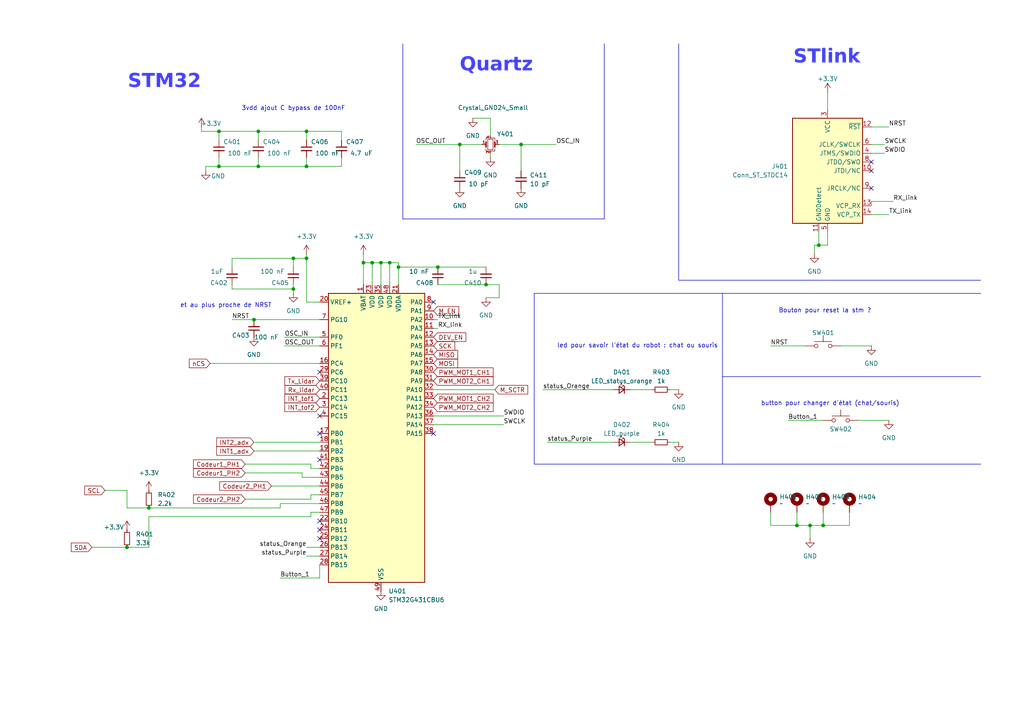
<source format=kicad_sch>
(kicad_sch (version 20231120) (generator "eeschema") (generator_version "8.0")
  (paper "A4")
  (lib_symbols
    (symbol "Connector:Conn_ST_STDC14"
      (property "Reference" "J" (at -8.89 16.51 0))
      (property "Value" "Conn_ST_STDC14" (at 17.78 16.51 0))
      (symbol "Conn_ST_STDC14_0_1"
        (rectangle (start -10.16 15.24) (end 10.16 -15.24) (stroke (width 0.254)) (fill (type background)))
      )
      (symbol "Conn_ST_STDC14_1_1"
        (pin no_connect line (at -10.16 5.08 0) (length 2.54) hide (name "NC") (number "1"))
        (pin output line (at 12.7 0 180) (length 2.54) (name "JTDI/NC") (number "10"))
        (pin passive line (at -2.54 -17.78 90) (length 2.54) (name "GNDDetect") (number "11"))
        (pin open_collector line (at 12.7 12.7 180) (length 2.54) (name "~{RST}") (number "12"))
        (pin output line (at 12.7 -10.16 180) (length 2.54) (name "VCP_RX") (number "13"))
        (pin input line (at 12.7 -12.7 180) (length 2.54) (name "VCP_TX") (number "14"))
        (pin no_connect line (at -10.16 2.54 0) (length 2.54) hide (name "NC") (number "2"))
        (pin power_in line (at 0 17.78 270) (length 2.54) (name "VCC") (number "3"))
        (pin bidirectional line (at 12.7 5.08 180) (length 2.54) (name "JTMS/SWDIO") (number "4"))
        (pin power_in line (at 0 -17.78 90) (length 2.54) (name "GND") (number "5"))
        (pin output line (at 12.7 7.62 180) (length 2.54) (name "JCLK/SWCLK") (number "6"))
        (pin passive line (at 0 -17.78 90) (length 2.54) hide (name "GND") (number "7"))
        (pin input line (at 12.7 2.54 180) (length 2.54) (name "JTDO/SWO") (number "8"))
        (pin input line (at 12.7 -5.08 180) (length 2.54) (name "JRCLK/NC") (number "9"))
      )
    )
    (symbol "Device:C_Small" (pin_numbers hide) (pin_names (offset 0.254) hide)
      (property "Reference" "C" (at 0.254 1.778 0))
      (property "Value" "C_Small" (at 0.254 -2.032 0))
      (symbol "C_Small_0_1"
        (polyline (pts (xy -1.524 -0.508) (xy 1.524 -0.508)) (stroke (width 0.3302)))
        (polyline (pts (xy -1.524 0.508) (xy 1.524 0.508)) (stroke (width 0.3048)))
      )
      (symbol "C_Small_1_1"
        (pin passive line (at 0 2.54 270) (length 2.032) (name "~") (number "1"))
        (pin passive line (at 0 -2.54 90) (length 2.032) (name "~") (number "2"))
      )
    )
    (symbol "Device:Crystal_GND24_Small" (pin_names (offset 1.016) hide)
      (property "Reference" "Y" (at 1.27 4.445 0))
      (property "Value" "Crystal_GND24_Small" (at 1.27 2.54 0))
      (symbol "Crystal_GND24_Small_0_1"
        (rectangle (start -0.762 -1.524) (end 0.762 1.524))
        (polyline (pts (xy -1.27 -0.762) (xy -1.27 0.762)) (stroke (width 0.381)))
        (polyline (pts (xy 1.27 -0.762) (xy 1.27 0.762)) (stroke (width 0.381)))
        (polyline (pts (xy -1.27 -1.27) (xy -1.27 -1.905) (xy 1.27 -1.905) (xy 1.27 -1.27)))
        (polyline (pts (xy -1.27 1.27) (xy -1.27 1.905) (xy 1.27 1.905) (xy 1.27 1.27)))
      )
      (symbol "Crystal_GND24_Small_1_1"
        (pin passive line (at -2.54 0 0) (length 1.27) (name "1") (number "1"))
        (pin passive line (at 0 -2.54 90) (length 0.635) (name "2") (number "2"))
        (pin passive line (at 2.54 0 180) (length 1.27) (name "3") (number "3"))
        (pin passive line (at 0 2.54 270) (length 0.635) (name "4") (number "4"))
      )
    )
    (symbol "Device:LED_Small" (pin_numbers hide) (pin_names (offset 0.254) hide)
      (property "Reference" "D" (at -1.27 3.175 0))
      (property "Value" "LED_Small" (at -4.445 -2.54 0))
      (symbol "LED_Small_0_1"
        (polyline (pts (xy -0.762 -1.016) (xy -0.762 1.016)) (stroke (width 0.254)))
        (polyline (pts (xy 1.016 0) (xy -0.762 0)))
        (polyline (pts (xy 0.762 -1.016) (xy -0.762 0) (xy 0.762 1.016) (xy 0.762 -1.016)) (stroke (width 0.254)))
        (polyline (pts (xy 0 0.762) (xy -0.508 1.27) (xy -0.254 1.27) (xy -0.508 1.27) (xy -0.508 1.016)))
        (polyline (pts (xy 0.508 1.27) (xy 0 1.778) (xy 0.254 1.778) (xy 0 1.778) (xy 0 1.524)))
      )
      (symbol "LED_Small_1_1"
        (pin passive line (at -2.54 0 0) (length 1.778) (name "K") (number "1"))
        (pin passive line (at 2.54 0 180) (length 1.778) (name "A") (number "2"))
      )
    )
    (symbol "Device:R_Small" (pin_numbers hide) (pin_names (offset 0.254) hide)
      (property "Reference" "R" (at 0.762 0.508 0))
      (property "Value" "R_Small" (at 0.762 -1.016 0))
      (symbol "R_Small_0_1"
        (rectangle (start -0.762 1.778) (end 0.762 -1.778) (stroke (width 0.2032)))
      )
      (symbol "R_Small_1_1"
        (pin passive line (at 0 2.54 270) (length 0.762) (name "~") (number "1"))
        (pin passive line (at 0 -2.54 90) (length 0.762) (name "~") (number "2"))
      )
    )
    (symbol "MCU_ST_STM32G4:STM32G431CBUx"
      (property "Reference" "U" (at -12.7 44.45 0))
      (property "Value" "STM32G431CBUx" (at 10.16 44.45 0))
      (symbol "STM32G431CBUx_0_1"
        (rectangle (start -12.7 -40.64) (end 15.24 43.18) (stroke (width 0.254)) (fill (type background)))
      )
      (symbol "STM32G431CBUx_1_1"
        (pin power_in line (at -2.54 45.72 270) (length 2.54) (name "VBAT") (number "1"))
        (pin bidirectional line (at 17.78 35.56 180) (length 2.54) (name "PA2") (number "10"))
        (pin bidirectional line (at 17.78 33.02 180) (length 2.54) (name "PA3") (number "11"))
        (pin bidirectional line (at 17.78 30.48 180) (length 2.54) (name "PA4") (number "12"))
        (pin bidirectional line (at 17.78 27.94 180) (length 2.54) (name "PA5") (number "13"))
        (pin bidirectional line (at 17.78 25.4 180) (length 2.54) (name "PA6") (number "14"))
        (pin bidirectional line (at 17.78 22.86 180) (length 2.54) (name "PA7") (number "15"))
        (pin bidirectional line (at -15.24 22.86 0) (length 2.54) (name "PC4") (number "16"))
        (pin bidirectional line (at -15.24 2.54 0) (length 2.54) (name "PB0") (number "17"))
        (pin bidirectional line (at -15.24 0 0) (length 2.54) (name "PB1") (number "18"))
        (pin bidirectional line (at -15.24 -2.54 0) (length 2.54) (name "PB2") (number "19"))
        (pin bidirectional line (at -15.24 12.7 0) (length 2.54) (name "PC13") (number "2"))
        (pin input line (at -15.24 40.64 0) (length 2.54) (name "VREF+") (number "20"))
        (pin power_in line (at 7.62 45.72 270) (length 2.54) (name "VDDA") (number "21"))
        (pin bidirectional line (at -15.24 -22.86 0) (length 2.54) (name "PB10") (number "22"))
        (pin power_in line (at 0 45.72 270) (length 2.54) (name "VDD") (number "23"))
        (pin bidirectional line (at -15.24 -25.4 0) (length 2.54) (name "PB11") (number "24"))
        (pin bidirectional line (at -15.24 -27.94 0) (length 2.54) (name "PB12") (number "25"))
        (pin bidirectional line (at -15.24 -30.48 0) (length 2.54) (name "PB13") (number "26"))
        (pin bidirectional line (at -15.24 -33.02 0) (length 2.54) (name "PB14") (number "27"))
        (pin bidirectional line (at -15.24 -35.56 0) (length 2.54) (name "PB15") (number "28"))
        (pin bidirectional line (at -15.24 20.32 0) (length 2.54) (name "PC6") (number "29"))
        (pin bidirectional line (at -15.24 10.16 0) (length 2.54) (name "PC14") (number "3"))
        (pin bidirectional line (at 17.78 20.32 180) (length 2.54) (name "PA8") (number "30"))
        (pin bidirectional line (at 17.78 17.78 180) (length 2.54) (name "PA9") (number "31"))
        (pin bidirectional line (at 17.78 15.24 180) (length 2.54) (name "PA10") (number "32"))
        (pin bidirectional line (at 17.78 12.7 180) (length 2.54) (name "PA11") (number "33"))
        (pin bidirectional line (at 17.78 10.16 180) (length 2.54) (name "PA12") (number "34"))
        (pin power_in line (at 2.54 45.72 270) (length 2.54) (name "VDD") (number "35"))
        (pin bidirectional line (at 17.78 7.62 180) (length 2.54) (name "PA13") (number "36"))
        (pin bidirectional line (at 17.78 5.08 180) (length 2.54) (name "PA14") (number "37"))
        (pin bidirectional line (at 17.78 2.54 180) (length 2.54) (name "PA15") (number "38"))
        (pin bidirectional line (at -15.24 17.78 0) (length 2.54) (name "PC10") (number "39"))
        (pin bidirectional line (at -15.24 7.62 0) (length 2.54) (name "PC15") (number "4"))
        (pin bidirectional line (at -15.24 15.24 0) (length 2.54) (name "PC11") (number "40"))
        (pin bidirectional line (at -15.24 -5.08 0) (length 2.54) (name "PB3") (number "41"))
        (pin bidirectional line (at -15.24 -7.62 0) (length 2.54) (name "PB4") (number "42"))
        (pin bidirectional line (at -15.24 -10.16 0) (length 2.54) (name "PB5") (number "43"))
        (pin bidirectional line (at -15.24 -12.7 0) (length 2.54) (name "PB6") (number "44"))
        (pin bidirectional line (at -15.24 -15.24 0) (length 2.54) (name "PB7") (number "45"))
        (pin bidirectional line (at -15.24 -17.78 0) (length 2.54) (name "PB8") (number "46"))
        (pin bidirectional line (at -15.24 -20.32 0) (length 2.54) (name "PB9") (number "47"))
        (pin power_in line (at 5.08 45.72 270) (length 2.54) (name "VDD") (number "48"))
        (pin power_in line (at 2.54 -43.18 90) (length 2.54) (name "VSS") (number "49"))
        (pin bidirectional line (at -15.24 30.48 0) (length 2.54) (name "PF0") (number "5"))
        (pin bidirectional line (at -15.24 27.94 0) (length 2.54) (name "PF1") (number "6"))
        (pin bidirectional line (at -15.24 35.56 0) (length 2.54) (name "PG10") (number "7"))
        (pin bidirectional line (at 17.78 40.64 180) (length 2.54) (name "PA0") (number "8"))
        (pin bidirectional line (at 17.78 38.1 180) (length 2.54) (name "PA1") (number "9"))
      )
    )
    (symbol "Mechanical:MountingHole_Pad" (pin_numbers hide) (pin_names (offset 1.016) hide) (exclude_from_sim yes) (in_bom no)
      (property "Reference" "H" (at 0 6.35 0))
      (property "Value" "MountingHole_Pad" (at 0 4.445 0))
      (symbol "MountingHole_Pad_0_1"
        (circle (center 0 1.27) (radius 1.27) (stroke (width 1.27)))
      )
      (symbol "MountingHole_Pad_1_1"
        (pin input line (at 0 -2.54 90) (length 2.54) (name "1") (number "1"))
      )
    )
    (symbol "Switch:SW_Push" (pin_numbers hide) (pin_names (offset 1.016) hide)
      (property "Reference" "SW" (at 1.27 2.54 0))
      (property "Value" "SW_Push" (at 0 -1.524 0))
      (symbol "SW_Push_0_1"
        (circle (center -2.032 0) (radius 0.508))
        (polyline (pts (xy 0 1.27) (xy 0 3.048)))
        (polyline (pts (xy 2.54 1.27) (xy -2.54 1.27)))
        (circle (center 2.032 0) (radius 0.508))
        (pin passive line (at -5.08 0 0) (length 2.54) (name "1") (number "1"))
        (pin passive line (at 5.08 0 180) (length 2.54) (name "2") (number "2"))
      )
    )
    (symbol "power:+3.3V" (power) (pin_numbers hide) (pin_names (offset 0) hide)
      (property "Value" "+3.3V" (at 0 3.556 0))
      (symbol "+3.3V_0_1"
        (polyline (pts (xy -0.762 1.27) (xy 0 2.54)))
        (polyline (pts (xy 0 0) (xy 0 2.54)))
        (polyline (pts (xy 0 2.54) (xy 0.762 1.27)))
      )
      (symbol "+3.3V_1_1"
        (pin power_in line (at 0 0 90) (length 0) (name "~") (number "1"))
      )
    )
    (symbol "power:GND" (power) (pin_numbers hide) (pin_names (offset 0) hide)
      (property "Value" "GND" (at 0 -3.81 0))
      (symbol "GND_0_1"
        (polyline (pts (xy 0 0) (xy 0 -1.27) (xy 1.27 -1.27) (xy 0 -2.54) (xy -1.27 -1.27) (xy 0 -1.27)))
      )
      (symbol "GND_1_1"
        (pin power_in line (at 0 0 270) (length 0) (name "~") (number "1"))
      )
    )
  )
  (junction (at 36.83 158.75))
  (junction (at 43.18 147.32))
  (junction (at 88.9 74.93))
  (junction (at 231.14 152.4))
  (junction (at 140.97 82.55))
  (junction (at 85.09 83.82))
  (junction (at 88.9 38.1))
  (junction (at 115.57 77.47))
  (junction (at 238.76 152.4))
  (junction (at 127 77.47))
  (junction (at 107.95 76.2))
  (junction (at 110.49 76.2))
  (junction (at 113.03 76.2))
  (junction (at 234.95 152.4))
  (junction (at 85.09 74.93))
  (junction (at 63.5 38.1))
  (junction (at 105.41 76.2))
  (junction (at 74.93 38.1))
  (junction (at 63.5 48.26))
  (junction (at 73.66 92.71))
  (junction (at 237.49 71.12))
  (junction (at 88.9 48.26))
  (junction (at 133.35 41.91))
  (junction (at 151.13 41.91))
  (junction (at 74.93 48.26))
  (no_connect (at 92.71 125.73))
  (no_connect (at 92.71 120.65))
  (no_connect (at 92.71 107.95))
  (no_connect (at 125.73 87.63))
  (no_connect (at 92.71 151.13))
  (no_connect (at 125.73 125.73))
  (no_connect (at 252.73 49.53))
  (no_connect (at 252.73 46.99))
  (no_connect (at 92.71 153.67))
  (no_connect (at 252.73 54.61))
  (no_connect (at 92.71 133.35))
  (no_connect (at 92.71 156.21))
  (wire (pts (xy 182.88 128.27) (xy 189.23 128.27)))
  (wire (pts (xy 67.31 82.55) (xy 67.31 83.82)))
  (wire (pts (xy 107.95 76.2) (xy 105.41 76.2)))
  (wire (pts (xy 99.06 45.72) (xy 99.06 48.26)))
  (wire (pts (xy 92.71 143.51) (xy 90.17 143.51)))
  (wire (pts (xy 142.24 34.29) (xy 142.24 39.37)))
  (wire (pts (xy 81.28 167.64) (xy 92.71 167.64)))
  (wire (pts (xy 63.5 45.72) (xy 63.5 48.26)))
  (wire (pts (xy 137.16 34.29) (xy 142.24 34.29)))
  (wire (pts (xy 115.57 77.47) (xy 127 77.47)))
  (wire (pts (xy 43.18 158.75) (xy 36.83 158.75)))
  (polyline (pts (xy 196.85 12.7) (xy 196.85 81.28)))
  (wire (pts (xy 88.9 45.72) (xy 88.9 48.26)))
  (wire (pts (xy 237.49 71.12) (xy 240.03 71.12)))
  (wire (pts (xy 73.66 128.27) (xy 92.71 128.27)))
  (wire (pts (xy 110.49 76.2) (xy 107.95 76.2)))
  (wire (pts (xy 87.63 137.16) (xy 87.63 138.43)))
  (polyline (pts (xy 154.94 85.09) (xy 154.94 114.3)))
  (wire (pts (xy 113.03 76.2) (xy 115.57 76.2)))
  (wire (pts (xy 85.09 74.93) (xy 67.31 74.93)))
  (wire (pts (xy 127 95.25) (xy 125.73 95.25)))
  (wire (pts (xy 256.54 41.91) (xy 252.73 41.91)))
  (wire (pts (xy 71.12 134.62) (xy 90.17 134.62)))
  (wire (pts (xy 88.9 161.29) (xy 92.71 161.29)))
  (wire (pts (xy 151.13 41.91) (xy 161.29 41.91)))
  (wire (pts (xy 92.71 167.64) (xy 92.71 163.83)))
  (wire (pts (xy 234.95 152.4) (xy 238.76 152.4)))
  (wire (pts (xy 26.67 158.75) (xy 36.83 158.75)))
  (wire (pts (xy 231.14 148.59) (xy 231.14 152.4)))
  (wire (pts (xy 88.9 74.93) (xy 88.9 87.63)))
  (wire (pts (xy 252.73 58.42) (xy 252.73 59.69)))
  (wire (pts (xy 90.17 143.51) (xy 90.17 144.78)))
  (wire (pts (xy 43.18 147.32) (xy 81.28 147.32)))
  (wire (pts (xy 36.83 142.24) (xy 36.83 147.32)))
  (polyline (pts (xy 196.85 81.28) (xy 284.48 81.28)))
  (wire (pts (xy 36.83 147.32) (xy 43.18 147.32)))
  (wire (pts (xy 231.14 152.4) (xy 234.95 152.4)))
  (wire (pts (xy 223.52 100.33) (xy 233.68 100.33)))
  (wire (pts (xy 99.06 38.1) (xy 88.9 38.1)))
  (wire (pts (xy 257.81 62.23) (xy 252.73 62.23)))
  (wire (pts (xy 236.22 71.12) (xy 236.22 73.66)))
  (wire (pts (xy 58.42 36.83) (xy 58.42 38.1)))
  (wire (pts (xy 113.03 82.55) (xy 113.03 76.2)))
  (wire (pts (xy 85.09 83.82) (xy 85.09 82.55)))
  (polyline (pts (xy 209.55 86.36) (xy 209.55 134.62)))
  (wire (pts (xy 88.9 48.26) (xy 99.06 48.26)))
  (wire (pts (xy 142.24 44.45) (xy 142.24 45.72)))
  (polyline (pts (xy 154.94 134.62) (xy 284.48 134.62)))
  (wire (pts (xy 127 92.71) (xy 125.73 92.71)))
  (wire (pts (xy 63.5 38.1) (xy 63.5 40.64)))
  (wire (pts (xy 90.17 149.86) (xy 90.17 148.59)))
  (wire (pts (xy 67.31 92.71) (xy 73.66 92.71)))
  (wire (pts (xy 74.93 38.1) (xy 63.5 38.1)))
  (polyline (pts (xy 209.55 85.09) (xy 209.55 86.36)))
  (wire (pts (xy 73.66 92.71) (xy 92.71 92.71)))
  (wire (pts (xy 63.5 48.26) (xy 59.69 48.26)))
  (polyline (pts (xy 209.55 109.22) (xy 284.48 109.22)))
  (wire (pts (xy 182.88 113.03) (xy 189.23 113.03)))
  (wire (pts (xy 151.13 41.91) (xy 144.78 41.91)))
  (wire (pts (xy 256.54 44.45) (xy 252.73 44.45)))
  (wire (pts (xy 259.08 58.42) (xy 252.73 58.42)))
  (wire (pts (xy 67.31 83.82) (xy 85.09 83.82)))
  (wire (pts (xy 223.52 148.59) (xy 223.52 152.4)))
  (wire (pts (xy 73.66 130.81) (xy 92.71 130.81)))
  (wire (pts (xy 90.17 135.89) (xy 92.71 135.89)))
  (wire (pts (xy 88.9 158.75) (xy 92.71 158.75)))
  (wire (pts (xy 127 82.55) (xy 140.97 82.55)))
  (wire (pts (xy 238.76 152.4) (xy 246.38 152.4)))
  (wire (pts (xy 125.73 113.03) (xy 143.51 113.03)))
  (wire (pts (xy 78.74 140.97) (xy 92.71 140.97)))
  (wire (pts (xy 99.06 40.64) (xy 99.06 38.1)))
  (wire (pts (xy 74.93 48.26) (xy 88.9 48.26)))
  (wire (pts (xy 115.57 76.2) (xy 115.57 77.47)))
  (wire (pts (xy 81.28 146.05) (xy 92.71 146.05)))
  (wire (pts (xy 113.03 76.2) (xy 110.49 76.2)))
  (wire (pts (xy 146.05 123.19) (xy 125.73 123.19)))
  (wire (pts (xy 252.73 36.83) (xy 257.81 36.83)))
  (wire (pts (xy 81.28 147.32) (xy 81.28 146.05)))
  (wire (pts (xy 237.49 67.31) (xy 237.49 71.12)))
  (polyline (pts (xy 116.84 63.5) (xy 175.26 63.5)))
  (wire (pts (xy 127 77.47) (xy 140.97 77.47)))
  (wire (pts (xy 90.17 134.62) (xy 90.17 135.89)))
  (wire (pts (xy 87.63 138.43) (xy 92.71 138.43)))
  (wire (pts (xy 82.55 100.33) (xy 92.71 100.33)))
  (wire (pts (xy 36.83 142.24) (xy 30.48 142.24)))
  (wire (pts (xy 74.93 38.1) (xy 74.93 40.64)))
  (wire (pts (xy 223.52 152.4) (xy 231.14 152.4)))
  (wire (pts (xy 144.78 86.36) (xy 140.97 86.36)))
  (wire (pts (xy 243.84 100.33) (xy 252.73 100.33)))
  (wire (pts (xy 85.09 77.47) (xy 85.09 74.93)))
  (wire (pts (xy 43.18 149.86) (xy 43.18 158.75)))
  (wire (pts (xy 60.96 105.41) (xy 92.71 105.41)))
  (wire (pts (xy 88.9 38.1) (xy 88.9 40.64)))
  (wire (pts (xy 158.75 128.27) (xy 177.8 128.27)))
  (wire (pts (xy 238.76 148.59) (xy 238.76 152.4)))
  (wire (pts (xy 107.95 76.2) (xy 107.95 82.55)))
  (polyline (pts (xy 154.94 114.3) (xy 154.94 134.62)))
  (wire (pts (xy 71.12 137.16) (xy 87.63 137.16)))
  (polyline (pts (xy 209.55 85.09) (xy 154.94 85.09)))
  (polyline (pts (xy 284.48 85.09) (xy 209.55 85.09)))
  (wire (pts (xy 67.31 74.93) (xy 67.31 77.47)))
  (wire (pts (xy 228.6 121.92) (xy 238.76 121.92)))
  (wire (pts (xy 236.22 71.12) (xy 237.49 71.12)))
  (wire (pts (xy 63.5 48.26) (xy 74.93 48.26)))
  (polyline (pts (xy 116.84 12.7) (xy 116.84 63.5)))
  (wire (pts (xy 88.9 38.1) (xy 74.93 38.1)))
  (wire (pts (xy 151.13 41.91) (xy 151.13 49.53)))
  (wire (pts (xy 59.69 48.26) (xy 59.69 49.53)))
  (wire (pts (xy 144.78 82.55) (xy 140.97 82.55)))
  (wire (pts (xy 234.95 152.4) (xy 234.95 156.21)))
  (polyline (pts (xy 175.26 12.7) (xy 175.26 63.5)))
  (wire (pts (xy 248.92 121.92) (xy 257.81 121.92)))
  (wire (pts (xy 110.49 76.2) (xy 110.49 82.55)))
  (wire (pts (xy 85.09 85.09) (xy 85.09 83.82)))
  (wire (pts (xy 105.41 76.2) (xy 105.41 82.55)))
  (wire (pts (xy 82.55 97.79) (xy 92.71 97.79)))
  (wire (pts (xy 144.78 86.36) (xy 144.78 82.55)))
  (wire (pts (xy 194.31 113.03) (xy 196.85 113.03)))
  (wire (pts (xy 71.12 144.78) (xy 90.17 144.78)))
  (wire (pts (xy 240.03 67.31) (xy 240.03 71.12)))
  (wire (pts (xy 146.05 120.65) (xy 125.73 120.65)))
  (wire (pts (xy 105.41 73.66) (xy 105.41 76.2)))
  (wire (pts (xy 194.31 128.27) (xy 196.85 128.27)))
  (wire (pts (xy 133.35 41.91) (xy 139.7 41.91)))
  (wire (pts (xy 58.42 38.1) (xy 63.5 38.1)))
  (wire (pts (xy 43.18 149.86) (xy 90.17 149.86)))
  (wire (pts (xy 88.9 73.66) (xy 88.9 74.93)))
  (wire (pts (xy 85.09 74.93) (xy 88.9 74.93)))
  (wire (pts (xy 90.17 148.59) (xy 92.71 148.59)))
  (wire (pts (xy 120.65 41.91) (xy 133.35 41.91)))
  (wire (pts (xy 74.93 45.72) (xy 74.93 48.26)))
  (wire (pts (xy 240.03 26.67) (xy 240.03 31.75)))
  (wire (pts (xy 157.48 113.03) (xy 177.8 113.03)))
  (wire (pts (xy 92.71 87.63) (xy 88.9 87.63)))
  (wire (pts (xy 115.57 82.55) (xy 115.57 77.47)))
  (wire (pts (xy 133.35 41.91) (xy 133.35 49.53)))
  (wire (pts (xy 246.38 152.4) (xy 246.38 148.59)))
  (text "Quartz\n" (at 133.35 22.352 0) (effects (font (size 4 4) (bold yes)) (justify left bottom)))
  (text "et au plus proche de NRST\n" (at 65.532 88.646 0) (effects (font (size 1.27 1.27))))
  (text "STM32\n" (at 37.084 27.178 0) (effects (font (size 4 4) (bold yes)) (justify left bottom)))
  (text "led pour savoir l'état du robot : chat ou souris\n" (at 184.912 100.33 0) (effects (font (size 1.27 1.27))))
  (text "3vdd ajout C bypass de 100nF\n" (at 85.09 31.496 0) (effects (font (size 1.27 1.27))))
  (text "Bouton pour reset la stm ?" (at 239.268 90.17 0) (effects (font (size 1.27 1.27))))
  (text "STlink" (at 230.124 20.066 0) (effects (font (size 4 4) (bold yes)) (justify left bottom)))
  (text "button pour changer d'état (chat/souris)" (at 240.792 117.094 0) (effects (font (size 1.27 1.27))))
  (label "Button_1" (at 81.28 167.64 0))
  (label "OSC_OUT" (at 120.65 41.91 0))
  (label "Button_1" (at 228.6 121.92 0))
  (label "TX_link" (at 257.81 62.23 0))
  (label "NRST" (at 67.31 92.71 0))
  (label "NRST" (at 223.52 100.33 0))
  (label "SWCLK" (at 256.54 41.91 0))
  (label "OSC_OUT" (at 82.55 100.33 0))
  (label "TX_link" (at 127 92.71 0))
  (label "NRST" (at 257.81 36.83 0))
  (label "SWDIO" (at 146.05 120.65 0))
  (label "OSC_IN" (at 82.55 97.79 0))
  (label "RX_link" (at 259.08 58.42 0))
  (label "status_Purple" (at 158.75 128.27 0))
  (label "SWDIO" (at 256.54 44.45 0))
  (label "SWCLK" (at 146.05 123.19 0))
  (label "OSC_IN" (at 161.29 41.91 0))
  (label "RX_link" (at 127 95.25 0))
  (label "status_Orange" (at 157.48 113.03 0))
  (label "status_Purple" (at 88.9 161.29 180))
  (label "status_Orange" (at 88.9 158.75 180))
  (global_label "Codeur1_PH1" (shape input) (at 71.12 134.62 180) (property "Intersheetrefs" "${INTERSHEET_REFS}" (effects (hide yes))))
  (global_label "M_SCTR" (shape input) (at 143.51 113.03 0) (property "Intersheetrefs" "${INTERSHEET_REFS}" (effects (hide yes))))
  (global_label "PWM_MOT1_CH2" (shape input) (at 125.73 115.57 0) (property "Intersheetrefs" "${INTERSHEET_REFS}" (effects (hide yes))))
  (global_label "MOSI" (shape input) (at 125.73 105.41 0) (property "Intersheetrefs" "${INTERSHEET_REFS}" (effects (hide yes))))
  (global_label "Codeur2_PH2" (shape input) (at 71.12 144.78 180) (property "Intersheetrefs" "${INTERSHEET_REFS}" (effects (hide yes))))
  (global_label "PWM_MOT2_CH1" (shape input) (at 125.73 110.49 0) (property "Intersheetrefs" "${INTERSHEET_REFS}" (effects (hide yes))))
  (global_label "Codeur1_PH2" (shape input) (at 71.12 137.16 180) (property "Intersheetrefs" "${INTERSHEET_REFS}" (effects (hide yes))))
  (global_label "Tx_Lidar" (shape input) (at 92.71 110.49 180) (property "Intersheetrefs" "${INTERSHEET_REFS}" (effects (hide yes))))
  (global_label "SCK" (shape input) (at 125.73 100.33 0) (property "Intersheetrefs" "${INTERSHEET_REFS}" (effects (hide yes))))
  (global_label "INT_tof2" (shape input) (at 92.71 118.11 180) (property "Intersheetrefs" "${INTERSHEET_REFS}" (effects (hide yes))))
  (global_label "Rx_lidar" (shape input) (at 92.71 113.03 180) (property "Intersheetrefs" "${INTERSHEET_REFS}" (effects (hide yes))))
  (global_label "MISO" (shape input) (at 125.73 102.87 0) (property "Intersheetrefs" "${INTERSHEET_REFS}" (effects (hide yes))))
  (global_label "INT_tof1" (shape input) (at 92.71 115.57 180) (property "Intersheetrefs" "${INTERSHEET_REFS}" (effects (hide yes))))
  (global_label "nCS" (shape input) (at 60.96 105.41 180) (property "Intersheetrefs" "${INTERSHEET_REFS}" (effects (hide yes))))
  (global_label "Codeur2_PH1" (shape input) (at 78.74 140.97 180) (property "Intersheetrefs" "${INTERSHEET_REFS}" (effects (hide yes))))
  (global_label "SDA" (shape input) (at 26.67 158.75 180) (property "Intersheetrefs" "${INTERSHEET_REFS}" (effects (hide yes))))
  (global_label "INT2_adx" (shape input) (at 73.66 128.27 180) (property "Intersheetrefs" "${INTERSHEET_REFS}" (effects (hide yes))))
  (global_label "PWM_MOT1_CH1" (shape input) (at 125.73 107.95 0) (property "Intersheetrefs" "${INTERSHEET_REFS}" (effects (hide yes))))
  (global_label "SCL" (shape input) (at 30.48 142.24 180) (property "Intersheetrefs" "${INTERSHEET_REFS}" (effects (hide yes))))
  (global_label "PWM_MOT2_CH2" (shape input) (at 125.73 118.11 0) (property "Intersheetrefs" "${INTERSHEET_REFS}" (effects (hide yes))))
  (global_label "INT1_adx" (shape input) (at 73.66 130.81 180) (property "Intersheetrefs" "${INTERSHEET_REFS}" (effects (hide yes))))
  (global_label "DEV_EN" (shape input) (at 125.73 97.79 0) (property "Intersheetrefs" "${INTERSHEET_REFS}" (effects (hide yes))))
  (global_label "M_EN" (shape input) (at 125.73 90.17 0) (property "Intersheetrefs" "${INTERSHEET_REFS}" (effects (hide yes))))
  (symbol (lib_id "Device:C_Small") (at 151.13 52.07 0) (unit 1)
    (property "Reference" "C411" (at 153.67 50.8062 0) (effects (justify left)))
    (property "Value" "10 pF" (at 153.67 53.3462 0) (effects (justify left)))
    (property "Footprint" "Capacitor_SMD:C_0402_1005Metric" (effects (hide yes)))
    (property "Description" "Unpolarized capacitor, small symbol" (effects (hide yes)))
  )
  (symbol (lib_id "Mechanical:MountingHole_Pad") (at 246.38 146.05 0) (unit 1) (exclude_from_sim yes) (in_bom no)
    (property "Reference" "H404" (at 248.92 144.1449 0) (effects (justify left)))
    (property "Value" "~" (at 248.92 146.05 0) (effects (justify left)))
    (property "Footprint" "MountingHole:MountingHole_3.2mm_M3_Pad_Via" (effects (hide yes)))
    (property "Description" "Mounting Hole with connection" (effects (hide yes)))
  )
  (symbol (lib_id "Device:C_Small") (at 73.66 95.25 180) (unit 1)
    (property "Reference" "C403" (at 72.39 97.282 0) (effects (justify left)))
    (property "Value" "100 nF" (at 80.772 97.79 0) (effects (justify left)))
    (property "Footprint" "Capacitor_SMD:C_0402_1005Metric" (effects (hide yes)))
    (property "Description" "Unpolarized capacitor, small symbol" (effects (hide yes)))
  )
  (symbol (lib_id "Connector:Conn_ST_STDC14") (at 240.03 49.53 0) (unit 1)
    (property "Reference" "J401" (at 228.6 48.2599 0) (effects (justify right)))
    (property "Value" "Conn_ST_STDC14" (at 228.6 50.7999 0) (effects (justify right)))
    (property "Footprint" "Connector_PinHeader_1.27mm:PinHeader_2x07_P1.27mm_Vertical_SMD" (effects (hide yes)))
    (property "Datasheet" "https://www.st.com/content/ccc/resource/technical/document/user_manual/group1/99/49/91/b6/b2/3a/46/e5/DM00526767/files/DM00526767.pdf/jcr:content/translations/en.DM00526767.pdf" (effects (hide yes)))
    (property "Description" "ST Debug Connector, standard ARM Cortex-M SWD and JTAG interface plus UART" (effects (hide yes)))
  )
  (symbol (lib_id "power:+3.3V") (at 88.9 73.66 0) (unit 1)
    (property "Reference" "#PWR0407" (effects (hide yes)))
    (property "Value" "+3.3V" (at 88.9 68.58 0))
    (property "Description" "Power symbol creates a global label with name \"+3.3V\"" (effects (hide yes)))
  )
  (symbol (lib_id "power:+3.3V") (at 36.83 153.67 0) (unit 1)
    (property "Reference" "#PWR0401" (effects (hide yes)))
    (property "Value" "+3.3V" (at 33.02 152.908 0))
    (property "Description" "Power symbol creates a global label with name \"+3.3V\"" (effects (hide yes)))
  )
  (symbol (lib_id "Device:LED_Small") (at 180.34 113.03 0) (mirror y) (unit 1)
    (property "Reference" "D401" (at 180.34 107.95 0))
    (property "Value" "LED_status_orange" (at 180.34 110.49 0))
    (property "Footprint" "LED_SMD:LED_0603_1608Metric_Pad1.05x0.95mm_HandSolder" (effects (hide yes)))
    (property "Description" "Light emitting diode, small symbol" (effects (hide yes)))
  )
  (symbol (lib_id "Device:Crystal_GND24_Small") (at 142.24 41.91 0) (unit 1)
    (property "Reference" "Y401" (at 146.558 38.862 0))
    (property "Value" "Crystal_GND24_Small" (at 143.002 31.242 0))
    (property "Footprint" "Crystal:Crystal_SMD_3225-4Pin_3.2x2.5mm" (effects (hide yes)))
    (property "Description" "Four pin crystal, GND on pins 2 and 4, small symbol" (effects (hide yes)))
  )
  (symbol (lib_id "power:GND") (at 133.35 54.61 0) (unit 1)
    (property "Reference" "#PWR0410" (effects (hide yes)))
    (property "Value" "GND" (at 133.35 59.69 0))
    (property "Description" "Power symbol creates a global label with name \"GND\" , ground" (effects (hide yes)))
  )
  (symbol (lib_id "Mechanical:MountingHole_Pad") (at 238.76 146.05 0) (unit 1) (exclude_from_sim yes) (in_bom no)
    (property "Reference" "H403" (at 241.3 144.1449 0) (effects (justify left)))
    (property "Value" "~" (at 241.3 146.05 0) (effects (justify left)))
    (property "Footprint" "MountingHole:MountingHole_3.2mm_M3_Pad_Via" (effects (hide yes)))
    (property "Description" "Mounting Hole with connection" (effects (hide yes)))
  )
  (symbol (lib_id "power:GND") (at 234.95 156.21 0) (unit 1)
    (property "Reference" "#PWR0417" (effects (hide yes)))
    (property "Value" "GND" (at 234.95 161.29 0))
    (property "Description" "Power symbol creates a global label with name \"GND\" , ground" (effects (hide yes)))
  )
  (symbol (lib_id "power:GND") (at 140.97 86.36 0) (unit 1)
    (property "Reference" "#PWR0412" (effects (hide yes)))
    (property "Value" "GND" (at 140.97 91.44 0))
    (property "Description" "Power symbol creates a global label with name \"GND\" , ground" (effects (hide yes)))
  )
  (symbol (lib_id "power:GND") (at 151.13 54.61 0) (unit 1)
    (property "Reference" "#PWR0414" (effects (hide yes)))
    (property "Value" "GND" (at 151.13 59.69 0))
    (property "Description" "Power symbol creates a global label with name \"GND\" , ground" (effects (hide yes)))
  )
  (symbol (lib_id "Device:R_Small") (at 43.18 144.78 180) (unit 1)
    (property "Reference" "R402" (at 45.72 143.5099 0) (effects (justify right)))
    (property "Value" "2.2k" (at 45.72 146.0499 0) (effects (justify right)))
    (property "Footprint" "Resistor_SMD:R_0402_1005Metric" (effects (hide yes)))
    (property "Description" "Resistor, small symbol" (effects (hide yes)))
  )
  (symbol (lib_id "power:GND") (at 85.09 85.09 0) (unit 1)
    (property "Reference" "#PWR0406" (effects (hide yes)))
    (property "Value" "GND" (at 85.09 90.17 0))
    (property "Description" "Power symbol creates a global label with name \"GND\" , ground" (effects (hide yes)))
  )
  (symbol (lib_id "MCU_ST_STM32G4:STM32G431CBUx") (at 107.95 128.27 0) (unit 1)
    (property "Reference" "U401" (at 112.6841 171.45 0) (effects (justify left)))
    (property "Value" "STM32G431CBU6" (at 112.6841 173.99 0) (effects (justify left)))
    (property "Footprint" "Package_DFN_QFN:QFN-48-1EP_7x7mm_P0.5mm_EP5.6x5.6mm" (effects (hide yes)))
    (property "Datasheet" "https://www.st.com/resource/en/datasheet/stm32g431cb.pdf" (effects (hide yes)))
    (property "Description" "STMicroelectronics Arm Cortex-M4 MCU, 128KB flash, 32KB RAM, 170 MHz, 1.71-3.6V, 42 GPIO, UFQFPN48" (effects (hide yes)))
  )
  (symbol (lib_id "Device:C_Small") (at 63.5 43.18 0) (unit 1)
    (property "Reference" "C401" (at 64.77 41.148 0) (effects (justify left)))
    (property "Value" "100 nF" (at 66.04 44.4562 0) (effects (justify left)))
    (property "Footprint" "Capacitor_SMD:C_0402_1005Metric" (effects (hide yes)))
    (property "Description" "Unpolarized capacitor, small symbol" (effects (hide yes)))
  )
  (symbol (lib_id "Switch:SW_Push") (at 238.76 100.33 0) (unit 1)
    (property "Reference" "SW401" (at 238.76 96.52 0))
    (property "Value" "SW_Push" (effects (hide yes)))
    (property "Footprint" "Button_Switch_SMD:SW_Push_1P1T_NO_6x6mm_H9.5mm" (effects (hide yes)))
    (property "Description" "Push button switch, generic, two pins" (effects (hide yes)))
    (property "Height" "1206" (effects (hide yes)))
  )
  (symbol (lib_id "Device:C_Small") (at 88.9 43.18 0) (unit 1)
    (property "Reference" "C406" (at 90.17 41.148 0) (effects (justify left)))
    (property "Value" "100 nF" (at 91.44 44.4562 0) (effects (justify left)))
    (property "Footprint" "Capacitor_SMD:C_0402_1005Metric" (effects (hide yes)))
    (property "Description" "Unpolarized capacitor, small symbol" (effects (hide yes)))
  )
  (symbol (lib_id "Device:R_Small") (at 191.77 128.27 90) (unit 1)
    (property "Reference" "R404" (at 191.77 123.19 90))
    (property "Value" "1k" (at 191.77 125.73 90))
    (property "Footprint" "Resistor_SMD:R_0402_1005Metric" (effects (hide yes)))
    (property "Description" "Resistor, small symbol" (effects (hide yes)))
    (property "Height" "0603" (effects (hide yes)))
  )
  (symbol (lib_id "power:GND") (at 196.85 128.27 0) (unit 1)
    (property "Reference" "#PWR0416" (effects (hide yes)))
    (property "Value" "GND" (at 196.85 133.35 0))
    (property "Description" "Power symbol creates a global label with name \"GND\" , ground" (effects (hide yes)))
  )
  (symbol (lib_id "power:GND") (at 236.22 73.66 0) (unit 1)
    (property "Reference" "#PWR0418" (effects (hide yes)))
    (property "Value" "GND" (at 236.22 78.74 0))
    (property "Description" "Power symbol creates a global label with name \"GND\" , ground" (effects (hide yes)))
  )
  (symbol (lib_id "power:GND") (at 257.81 121.92 0) (unit 1)
    (property "Reference" "#PWR0421" (effects (hide yes)))
    (property "Value" "GND" (at 257.81 127 0))
    (property "Description" "Power symbol creates a global label with name \"GND\" , ground" (effects (hide yes)))
  )
  (symbol (lib_id "Device:LED_Small") (at 180.34 128.27 0) (mirror y) (unit 1)
    (property "Reference" "D402" (at 180.34 123.19 0))
    (property "Value" "LED_purple" (at 180.34 125.73 0))
    (property "Footprint" "LED_SMD:LED_0603_1608Metric_Pad1.05x0.95mm_HandSolder" (effects (hide yes)))
    (property "Description" "Light emitting diode, small symbol" (effects (hide yes)))
  )
  (symbol (lib_id "Mechanical:MountingHole_Pad") (at 231.14 146.05 0) (unit 1) (exclude_from_sim yes) (in_bom no)
    (property "Reference" "H402" (at 233.68 144.1449 0) (effects (justify left)))
    (property "Value" "~" (at 233.68 146.05 0) (effects (justify left)))
    (property "Footprint" "MountingHole:MountingHole_3.2mm_M3_Pad_Via" (effects (hide yes)))
    (property "Description" "Mounting Hole with connection" (effects (hide yes)))
  )
  (symbol (lib_id "power:+3.3V") (at 240.03 26.67 0) (unit 1)
    (property "Reference" "#PWR0419" (effects (hide yes)))
    (property "Value" "+3.3V" (at 240.03 22.86 0))
    (property "Description" "Power symbol creates a global label with name \"+3.3V\"" (effects (hide yes)))
  )
  (symbol (lib_id "power:GND") (at 252.73 100.33 0) (unit 1)
    (property "Reference" "#PWR0420" (effects (hide yes)))
    (property "Value" "GND" (at 252.73 105.41 0))
    (property "Description" "Power symbol creates a global label with name \"GND\" , ground" (effects (hide yes)))
  )
  (symbol (lib_id "Mechanical:MountingHole_Pad") (at 223.52 146.05 0) (unit 1) (exclude_from_sim yes) (in_bom no)
    (property "Reference" "H401" (at 226.06 144.1449 0) (effects (justify left)))
    (property "Value" "~" (at 226.06 146.05 0) (effects (justify left)))
    (property "Footprint" "MountingHole:MountingHole_3.2mm_M3_Pad_Via" (effects (hide yes)))
    (property "Description" "Mounting Hole with connection" (effects (hide yes)))
  )
  (symbol (lib_id "Switch:SW_Push") (at 243.84 121.92 0) (unit 1)
    (property "Reference" "SW402" (at 243.84 124.46 0))
    (property "Value" "SW_Push" (effects (hide yes)))
    (property "Footprint" "Button_Switch_SMD:SW_Push_1P1T_NO_6x6mm_H9.5mm" (effects (hide yes)))
    (property "Description" "Push button switch, generic, two pins" (effects (hide yes)))
    (property "Height" "1206" (effects (hide yes)))
  )
  (symbol (lib_id "Device:C_Small") (at 133.35 52.07 0) (unit 1)
    (property "Reference" "C409" (at 134.62 50.038 0) (effects (justify left)))
    (property "Value" "10 pF" (at 135.89 53.3462 0) (effects (justify left)))
    (property "Footprint" "Capacitor_SMD:C_0402_1005Metric" (effects (hide yes)))
    (property "Description" "Unpolarized capacitor, small symbol" (effects (hide yes)))
  )
  (symbol (lib_id "power:GND") (at 142.24 45.72 0) (unit 1)
    (property "Reference" "#PWR0413" (effects (hide yes)))
    (property "Value" "GND" (at 142.24 50.8 0))
    (property "Description" "Power symbol creates a global label with name \"GND\" , ground" (effects (hide yes)))
  )
  (symbol (lib_id "Device:C_Small") (at 85.09 80.01 180) (unit 1)
    (property "Reference" "C405" (at 83.82 82.042 0) (effects (justify left)))
    (property "Value" "100 nF" (at 82.55 78.7338 0) (effects (justify left)))
    (property "Footprint" "Capacitor_SMD:C_0402_1005Metric" (effects (hide yes)))
    (property "Description" "Unpolarized capacitor, small symbol" (effects (hide yes)))
  )
  (symbol (lib_id "Device:C_Small") (at 74.93 43.18 0) (unit 1)
    (property "Reference" "C404" (at 76.2 41.148 0) (effects (justify left)))
    (property "Value" "100 nF" (at 77.47 44.4562 0) (effects (justify left)))
    (property "Footprint" "Capacitor_SMD:C_0402_1005Metric" (effects (hide yes)))
    (property "Description" "Unpolarized capacitor, small symbol" (effects (hide yes)))
  )
  (symbol (lib_id "power:+3.3V") (at 43.18 142.24 0) (unit 1)
    (property "Reference" "#PWR0402" (effects (hide yes)))
    (property "Value" "+3.3V" (at 43.18 137.16 0))
    (property "Description" "Power symbol creates a global label with name \"+3.3V\"" (effects (hide yes)))
  )
  (symbol (lib_id "power:GND") (at 73.66 97.79 0) (unit 1)
    (property "Reference" "#PWR0405" (effects (hide yes)))
    (property "Value" "GND" (at 73.66 102.87 0))
    (property "Description" "Power symbol creates a global label with name \"GND\" , ground" (effects (hide yes)))
  )
  (symbol (lib_id "power:GND") (at 196.85 113.03 0) (unit 1)
    (property "Reference" "#PWR0415" (effects (hide yes)))
    (property "Value" "GND" (at 196.85 118.11 0))
    (property "Description" "Power symbol creates a global label with name \"GND\" , ground" (effects (hide yes)))
  )
  (symbol (lib_id "Device:C_Small") (at 67.31 80.01 180) (unit 1)
    (property "Reference" "C402" (at 66.04 82.042 0) (effects (justify left)))
    (property "Value" "1uF" (at 64.77 78.7338 0) (effects (justify left)))
    (property "Footprint" "Capacitor_SMD:C_0402_1005Metric" (effects (hide yes)))
    (property "Description" "Unpolarized capacitor, small symbol" (effects (hide yes)))
  )
  (symbol (lib_id "power:+3.3V") (at 58.42 36.83 0) (unit 1)
    (property "Reference" "#PWR0403" (effects (hide yes)))
    (property "Value" "+3.3V" (at 61.214 35.814 0))
    (property "Description" "Power symbol creates a global label with name \"+3.3V\"" (effects (hide yes)))
  )
  (symbol (lib_id "power:GND") (at 110.49 171.45 0) (unit 1)
    (property "Reference" "#PWR0409" (effects (hide yes)))
    (property "Value" "GND" (at 110.49 176.53 0))
    (property "Description" "Power symbol creates a global label with name \"GND\" , ground" (effects (hide yes)))
  )
  (symbol (lib_id "power:GND") (at 137.16 34.29 0) (unit 1)
    (property "Reference" "#PWR0411" (effects (hide yes)))
    (property "Value" "GND" (at 137.16 39.37 0))
    (property "Description" "Power symbol creates a global label with name \"GND\" , ground" (effects (hide yes)))
  )
  (symbol (lib_id "Device:C_Small") (at 99.06 43.18 0) (unit 1)
    (property "Reference" "C407" (at 100.33 41.148 0) (effects (justify left)))
    (property "Value" "4.7 uF" (at 101.6 44.4562 0) (effects (justify left)))
    (property "Footprint" "Capacitor_SMD:C_0402_1005Metric" (effects (hide yes)))
    (property "Description" "Unpolarized capacitor, small symbol" (effects (hide yes)))
  )
  (symbol (lib_id "Device:R_Small") (at 191.77 113.03 90) (unit 1)
    (property "Reference" "R403" (at 191.77 107.95 90))
    (property "Value" "1k" (at 191.77 110.49 90))
    (property "Footprint" "Resistor_SMD:R_0402_1005Metric" (effects (hide yes)))
    (property "Description" "Resistor, small symbol" (effects (hide yes)))
    (property "Height" "0603" (effects (hide yes)))
  )
  (symbol (lib_id "Device:C_Small") (at 140.97 80.01 180) (unit 1)
    (property "Reference" "C410" (at 139.7 82.042 0) (effects (justify left)))
    (property "Value" "1u" (at 138.43 78.7338 0) (effects (justify left)))
    (property "Footprint" "Capacitor_SMD:C_0402_1005Metric" (effects (hide yes)))
    (property "Description" "Unpolarized capacitor, small symbol" (effects (hide yes)))
  )
  (symbol (lib_id "Device:C_Small") (at 127 80.01 180) (unit 1)
    (property "Reference" "C408" (at 125.73 82.042 0) (effects (justify left)))
    (property "Value" "10 nF" (at 124.46 78.7338 0) (effects (justify left)))
    (property "Footprint" "Capacitor_SMD:C_0402_1005Metric" (effects (hide yes)))
    (property "Description" "Unpolarized capacitor, small symbol" (effects (hide yes)))
  )
  (symbol (lib_id "power:+3.3V") (at 105.41 73.66 0) (unit 1)
    (property "Reference" "#PWR0408" (effects (hide yes)))
    (property "Value" "+3.3V" (at 105.41 68.58 0))
    (property "Description" "Power symbol creates a global label with name \"+3.3V\"" (effects (hide yes)))
  )
  (symbol (lib_id "Device:R_Small") (at 36.83 156.21 180) (unit 1)
    (property "Reference" "R401" (at 39.37 154.9399 0) (effects (justify right)))
    (property "Value" "3.3k" (at 39.37 157.4799 0) (effects (justify right)))
    (property "Footprint" "Resistor_SMD:R_0402_1005Metric" (effects (hide yes)))
    (property "Description" "Resistor, small symbol" (effects (hide yes)))
  )
  (symbol (lib_id "power:GND") (at 59.69 49.53 0) (unit 1)
    (property "Reference" "#PWR0404" (effects (hide yes)))
    (property "Value" "GND" (at 63.246 51.054 0))
    (property "Description" "Power symbol creates a global label with name \"GND\" , ground" (effects (hide yes)))
  )
)
</source>
